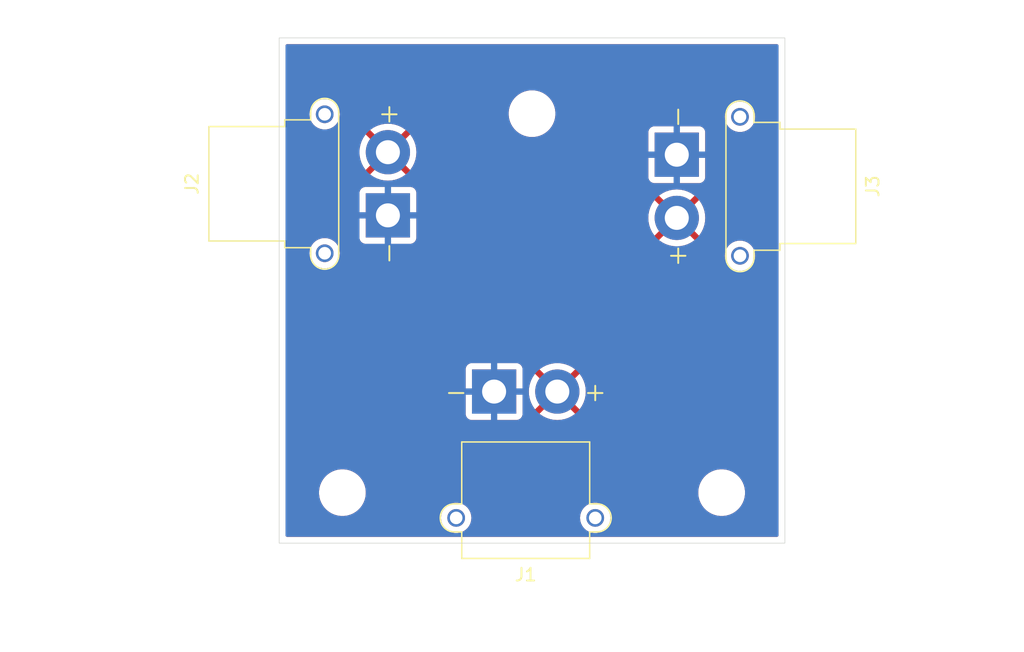
<source format=kicad_pcb>
(kicad_pcb (version 20240108) (generator "pcbnew") (generator_version "8.0")
  (layers (0 "F.Cu" signal) (31 "B.Cu" signal) (34 "B.Paste" user) (35 "F.Paste" user) (36 "B.SilkS" user "B.Silkscreen") (37 "F.SilkS" user "F.Silkscreen") (38 "B.Mask" user) (39 "F.Mask" user) (44 "Edge.Cuts" user))
  (net 0 "")
  (net 1 "/PWR")
  (net 2 "/GND")
  (footprint "" (layer "F.Cu") (at 137 93)
    (property "Reference" "" (at 0 0 0) (layer "F.SilkS") (effects (font (size 1.27 1.27))))
    (property "Value" "")
    (pad "" np_thru_hole circle (at 0 0) (size 3.2 3.2) (drill 3.2) (layers "F&B.Cu" "*.Mask"))
  )
  (footprint "" (layer "F.Cu") (at 122 63)
    (property "Reference" "" (at 0 0 0) (layer "F.SilkS") (effects (font (size 1.27 1.27))))
    (property "Value" "")
    (pad "" np_thru_hole circle (at 0 0) (size 3.2 3.2) (drill 3.2) (layers "F&B.Cu" "*.Mask"))
  )
  (footprint "Connector_AMASS:AMASS_XT30PW-M_1x02_P2.50mm_Horizontal" (layer "F.Cu") (at 119 85 180)
    (property "Reference" "J1" (at -2.5 -14.5 180) (layer "F.SilkS"))
    (property "Value" "Conn_01x02_Pin")
    (fp_line (start 2.56 -8.89) (end 3.15 -8.89) (stroke (width 0.12)) (layer "F.SilkS"))
    (fp_line (start 2.56 -8.89) (end 2.56 -3.99) (stroke (width 0.12)) (layer "F.SilkS"))
    (fp_line (start 2.56 -11.11) (end 3.15 -11.11) (stroke (width 0.12)) (layer "F.SilkS"))
    (fp_line (start 2.56 -13.21) (end 2.56 -11.11) (stroke (width 0.12)) (layer "F.SilkS"))
    (fp_line (start -7.56 -3.99) (end 2.56 -3.99) (stroke (width 0.12)) (layer "F.SilkS"))
    (fp_line (start -7.56 -8.89) (end -7.56 -3.99) (stroke (width 0.12)) (layer "F.SilkS"))
    (fp_line (start -7.56 -13.21) (end 2.56 -13.21) (stroke (width 0.12)) (layer "F.SilkS"))
    (fp_line (start -7.56 -13.21) (end -7.56 -11.11) (stroke (width 0.12)) (layer "F.SilkS"))
    (fp_line (start -8.15 -8.89) (end -7.56 -8.89) (stroke (width 0.12)) (layer "F.SilkS"))
    (fp_line (start -8.15 -11.11) (end -7.56 -11.11) (stroke (width 0.12)) (layer "F.SilkS"))
    (fp_arc (start 3.15 -11.11) (mid 4.26 -10) (end 3.15 -8.89) (stroke (width 0.12)) (layer "F.SilkS"))
    (fp_arc (start -8.15 -8.89) (mid -9.26 -10) (end -8.15 -11.11) (stroke (width 0.12)) (layer "F.SilkS"))
    (fp_text user "+" (at -8 0 180) (layer "F.SilkS") (effects (font (size 1.5 1.5))))
    (fp_text user "-" (at 3 0 180) (layer "F.SilkS") (effects (font (size 1.5 1.5))))
    (pad "" thru_hole circle (at -8 -10 180) (size 1.4 1.4) (drill 1) (layers "*.Cu" "*.Mask"))
    (pad "" thru_hole circle (at 3 -10 180) (size 1.4 1.4) (drill 1) (layers "*.Cu" "*.Mask"))
    (pad "1" thru_hole rect (at 0 0 180) (size 3.5 3.5) (drill 1.9) (layers "*.Cu" "*.Mask") (net 2 "/GND"))
    (pad "2" thru_hole circle (at -5 0 180) (size 3.5 3.5) (drill 1.9) (layers "*.Cu" "*.Mask") (net 1 "/PWR"))
  )
  (footprint "Connector_AMASS:AMASS_XT30PW-F_1x02_P2.50mm_Horizontal" (layer "F.Cu") (at 133.45 66.25 -90)
    (property "Reference" "J3" (at 2.5 -15.5 90) (layer "F.SilkS"))
    (property "Value" "Conn_01x02_Socket")
    (fp_line (start -3.26 -3.89) (end 8.26 -3.89) (stroke (width 0.12)) (layer "F.SilkS"))
    (fp_line (start -3.26 -6.11) (end -2.56 -6.11) (stroke (width 0.12)) (layer "F.SilkS"))
    (fp_line (start 7.56 -6.11) (end 8.26 -6.11) (stroke (width 0.12)) (layer "F.SilkS"))
    (fp_line (start -2.56 -8.16) (end -2.56 -6.11) (stroke (width 0.12)) (layer "F.SilkS"))
    (fp_line (start -2.56 -8.16) (end -2.03 -8.16) (stroke (width 0.12)) (layer "F.SilkS"))
    (fp_line (start 7.03 -8.16) (end 7.56 -8.16) (stroke (width 0.12)) (layer "F.SilkS"))
    (fp_line (start 7.56 -8.16) (end 7.56 -6.11) (stroke (width 0.12)) (layer "F.SilkS"))
    (fp_line (start -2.03 -14.16) (end -2.03 -8.16) (stroke (width 0.12)) (layer "F.SilkS"))
    (fp_line (start -2.03 -14.16) (end 7 -14.16) (stroke (width 0.12)) (layer "F.SilkS"))
    (fp_line (start 7.03 -14.16) (end 7.03 -8.16) (stroke (width 0.12)) (layer "F.SilkS"))
    (fp_arc (start -3.321729 -3.903365) (mid -4.256653 -5.086124) (end -3.15 -6.11) (stroke (width 0.12)) (layer "F.SilkS"))
    (fp_arc (start 8.15 -6.11) (mid 9.26 -5) (end 8.15 -3.89) (stroke (width 0.12)) (layer "F.SilkS"))
    (fp_text user "-" (at -3 0 90) (layer "F.SilkS") (effects (font (size 1.5 1.5))))
    (fp_text user "+" (at 8 0 90) (layer "F.SilkS") (effects (font (size 1.5 1.5))))
    (pad "" thru_hole circle (at -3 -5) (size 1.4 1.4) (drill 1) (layers "*.Cu" "*.Mask"))
    (pad "" thru_hole circle (at 8 -5 270) (size 1.4 1.4) (drill 1) (layers "*.Cu" "*.Mask"))
    (pad "1" thru_hole rect (at 0 0 270) (size 3.5 3.5) (drill 1.9) (layers "*.Cu" "*.Mask") (net 2 "/GND"))
    (pad "2" thru_hole circle (at 5 0 270) (size 3.5 3.5) (drill 1.9) (layers "*.Cu" "*.Mask") (net 1 "/PWR"))
  )
  (footprint "Connector_AMASS:AMASS_XT30PW-F_1x02_P2.50mm_Horizontal" (layer "F.Cu") (at 110.6 71.05 90)
    (property "Reference" "J2" (at 2.5 -15.5 -90) (layer "F.SilkS"))
    (property "Value" "Conn_01x02_Socket")
    (fp_line (start 7.03 -14.16) (end 7.03 -8.16) (stroke (width 0.12)) (layer "F.SilkS"))
    (fp_line (start -2.03 -14.16) (end 7 -14.16) (stroke (width 0.12)) (layer "F.SilkS"))
    (fp_line (start -2.03 -14.16) (end -2.03 -8.16) (stroke (width 0.12)) (layer "F.SilkS"))
    (fp_line (start 7.56 -8.16) (end 7.56 -6.11) (stroke (width 0.12)) (layer "F.SilkS"))
    (fp_line (start 7.03 -8.16) (end 7.56 -8.16) (stroke (width 0.12)) (layer "F.SilkS"))
    (fp_line (start -2.56 -8.16) (end -2.03 -8.16) (stroke (width 0.12)) (layer "F.SilkS"))
    (fp_line (start -2.56 -8.16) (end -2.56 -6.11) (stroke (width 0.12)) (layer "F.SilkS"))
    (fp_line (start 7.56 -6.11) (end 8.26 -6.11) (stroke (width 0.12)) (layer "F.SilkS"))
    (fp_line (start -3.26 -6.11) (end -2.56 -6.11) (stroke (width 0.12)) (layer "F.SilkS"))
    (fp_line (start -3.26 -3.89) (end 8.26 -3.89) (stroke (width 0.12)) (layer "F.SilkS"))
    (fp_arc (start 8.15 -6.11) (mid 9.26 -5) (end 8.15 -3.89) (stroke (width 0.12)) (layer "F.SilkS"))
    (fp_arc (start -3.321729 -3.903365) (mid -4.256653 -5.086124) (end -3.15 -6.11) (stroke (width 0.12)) (layer "F.SilkS"))
    (fp_text user "-" (at -3 0 -90) (layer "F.SilkS") (effects (font (size 1.5 1.5))))
    (fp_text user "+" (at 8 0 -90) (layer "F.SilkS") (effects (font (size 1.5 1.5))))
    (pad "" thru_hole circle (at -3 -5 180) (size 1.4 1.4) (drill 1) (layers "*.Cu" "*.Mask"))
    (pad "" thru_hole circle (at 8 -5 90) (size 1.4 1.4) (drill 1) (layers "*.Cu" "*.Mask"))
    (pad "1" thru_hole rect (at 0 0 90) (size 3.5 3.5) (drill 1.9) (layers "*.Cu" "*.Mask") (net 2 "/GND"))
    (pad "2" thru_hole circle (at 5 0 90) (size 3.5 3.5) (drill 1.9) (layers "*.Cu" "*.Mask") (net 1 "/PWR"))
  )
  (footprint "" (layer "F.Cu") (at 107 93)
    (property "Reference" "" (at 0 0 0) (layer "F.SilkS") (effects (font (size 1.27 1.27))))
    (property "Value" "")
    (pad "" np_thru_hole circle (at 0 0) (size 3.2 3.2) (drill 3.2) (layers "F&B.Cu" "*.Mask"))
  )
  (gr_rect (start 102 57) (end 142 97) (stroke (width 0.05)) (fill none) (layer "Edge.Cuts"))
  (zone (net 1) (net_name "/PWR") (layer "F.Cu") (connect_pads (clearance 0.5)) (min_thickness 0.25) (fill yes (thermal_gap 0.5) (thermal_bridge_width 0.5))
    (polygon (pts (xy 102 57) (xy 142 57) (xy 142 97) (xy 102 97)))
  )
  (zone (net 2) (net_name "/GND") (layer "B.Cu") (priority 1) (connect_pads (clearance 0.5)) (min_thickness 0.25) (fill yes (thermal_gap 0.5) (thermal_bridge_width 0.5))
    (polygon (pts (xy 142 97) (xy 142 57) (xy 102 57) (xy 102 97)))
  )
)
</source>
